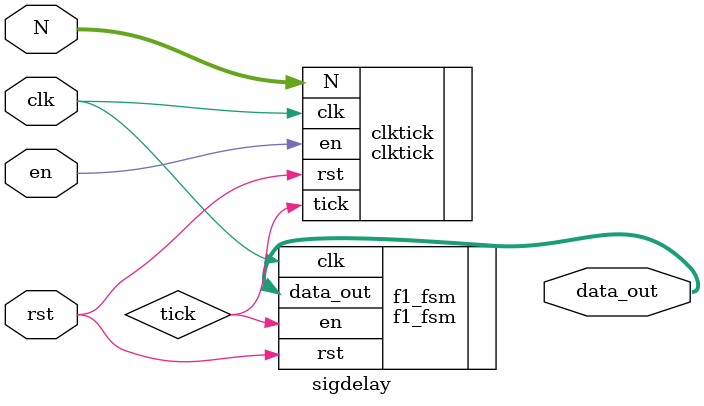
<source format=sv>
module sigdelay #(
    parameter WIDTH = 16
)(
    input logic                     clk,    // clock
    input logic                     rst,    // reset
    input logic                     en,
    input logic [WIDTH-1:0]         N, 
    output logic [7:0]              data_out
);

f1_fsm f1_fsm (
    .clk (clk),
    .rst (rst),
    .en (tick),
    .data_out (data_out)
);

clktick clktick (
    .clk (clk),
    .rst (rst),
    .en (en),
    .N (N),
    .tick (tick)
);

endmodule

</source>
